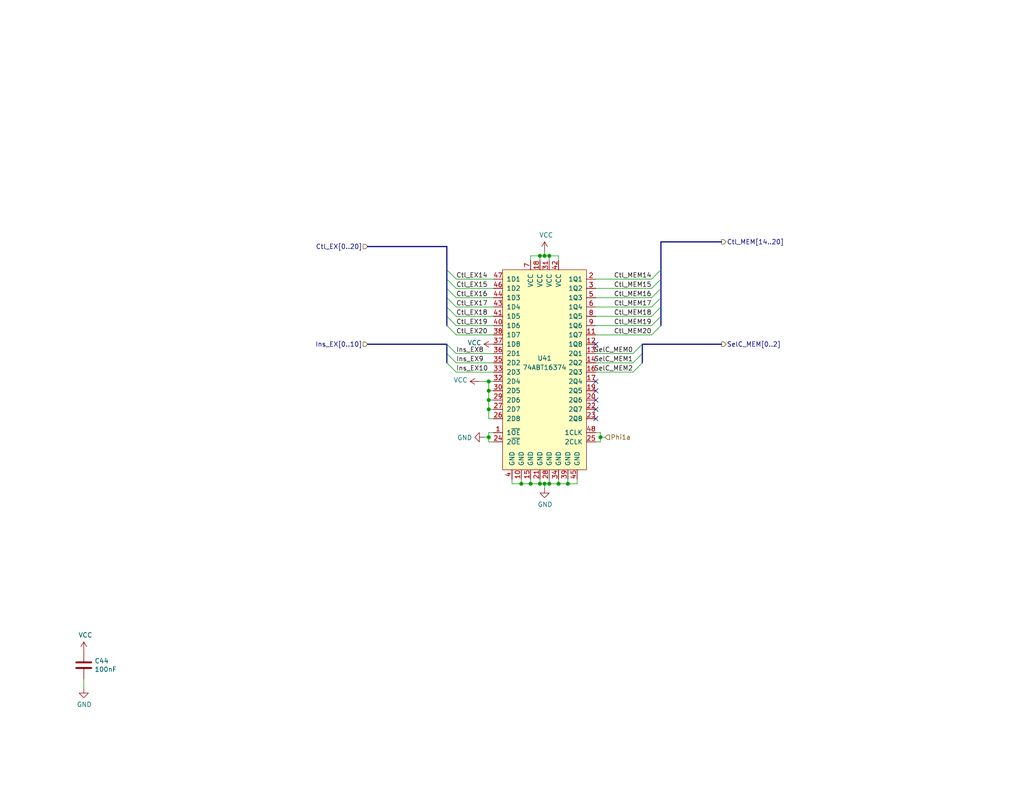
<source format=kicad_sch>
(kicad_sch (version 20230121) (generator eeschema)
  (paper "USLetter")
  (title_block (title "EX/MEM: Control Word Register") (date "2022-09-25") (rev "C"))
  (lib_symbols
    (symbol "74xx (kicad5):74ABT16374" (pin_names (offset 1.016))
      (property "Reference" "U" (at 0 1.27 0))
      (property "Value" "74ABT16374" (at 0 -1.27 0))
      (symbol "74ABT16374_0_0"
        (pin input line (at -13.97 -20.32 0) (length 2.54) (name "1~{OE}") (number "1"))
        (pin power_in line (at -6.35 -33.02 90) (length 2.54) (name "GND") (number "10"))
        (pin tri_state line (at 13.97 6.35 180) (length 2.54) (name "1Q7") (number "11"))
        (pin tri_state line (at 13.97 3.81 180) (length 2.54) (name "1Q8") (number "12"))
        (pin tri_state line (at 13.97 1.27 180) (length 2.54) (name "2Q1") (number "13"))
        (pin tri_state line (at 13.97 -1.27 180) (length 2.54) (name "2Q2") (number "14"))
        (pin power_in line (at -3.81 -33.02 90) (length 2.54) (name "GND") (number "15"))
        (pin tri_state line (at 13.97 -3.81 180) (length 2.54) (name "2Q3") (number "16"))
        (pin tri_state line (at 13.97 -6.35 180) (length 2.54) (name "2Q4") (number "17"))
        (pin power_in line (at -1.27 26.67 270) (length 2.54) (name "VCC") (number "18"))
        (pin tri_state line (at 13.97 -8.89 180) (length 2.54) (name "2Q5") (number "19"))
        (pin tri_state line (at 13.97 21.59 180) (length 2.54) (name "1Q1") (number "2"))
        (pin tri_state line (at 13.97 -11.43 180) (length 2.54) (name "2Q6") (number "20"))
        (pin power_in line (at -1.27 -33.02 90) (length 2.54) (name "GND") (number "21"))
        (pin tri_state line (at 13.97 -13.97 180) (length 2.54) (name "2Q7") (number "22"))
        (pin tri_state line (at 13.97 -16.51 180) (length 2.54) (name "2Q8") (number "23"))
        (pin input line (at -13.97 -22.86 0) (length 2.54) (name "2~{OE}") (number "24"))
        (pin input line (at 13.97 -22.86 180) (length 2.54) (name "2CLK") (number "25"))
        (pin input line (at -13.97 -16.51 0) (length 2.54) (name "2D8") (number "26"))
        (pin input line (at -13.97 -13.97 0) (length 2.54) (name "2D7") (number "27"))
        (pin power_in line (at 1.27 -33.02 90) (length 2.54) (name "GND") (number "28"))
        (pin input line (at -13.97 -11.43 0) (length 2.54) (name "2D6") (number "29"))
        (pin tri_state line (at 13.97 19.05 180) (length 2.54) (name "1Q2") (number "3"))
        (pin input line (at -13.97 -8.89 0) (length 2.54) (name "2D5") (number "30"))
        (pin power_in line (at 1.27 26.67 270) (length 2.54) (name "VCC") (number "31"))
        (pin input line (at -13.97 -6.35 0) (length 2.54) (name "2D4") (number "32"))
        (pin input line (at -13.97 -3.81 0) (length 2.54) (name "2D3") (number "33"))
        (pin power_in line (at 3.81 -33.02 90) (length 2.54) (name "GND") (number "34"))
        (pin input line (at -13.97 -1.27 0) (length 2.54) (name "2D2") (number "35"))
        (pin input line (at -13.97 1.27 0) (length 2.54) (name "2D1") (number "36"))
        (pin input line (at -13.97 3.81 0) (length 2.54) (name "1D8") (number "37"))
        (pin input line (at -13.97 6.35 0) (length 2.54) (name "1D7") (number "38"))
        (pin power_in line (at 6.35 -33.02 90) (length 2.54) (name "GND") (number "39"))
        (pin power_in line (at -8.89 -33.02 90) (length 2.54) (name "GND") (number "4"))
        (pin input line (at -13.97 8.89 0) (length 2.54) (name "1D6") (number "40"))
        (pin input line (at -13.97 11.43 0) (length 2.54) (name "1D5") (number "41"))
        (pin power_in line (at 3.81 26.67 270) (length 2.54) (name "VCC") (number "42"))
        (pin input line (at -13.97 13.97 0) (length 2.54) (name "1D4") (number "43"))
        (pin input line (at -13.97 16.51 0) (length 2.54) (name "1D3") (number "44"))
        (pin power_in line (at 8.89 -33.02 90) (length 2.54) (name "GND") (number "45"))
        (pin input line (at -13.97 19.05 0) (length 2.54) (name "1D2") (number "46"))
        (pin input line (at -13.97 21.59 0) (length 2.54) (name "1D1") (number "47"))
        (pin input line (at 13.97 -20.32 180) (length 2.54) (name "1CLK") (number "48"))
        (pin tri_state line (at 13.97 16.51 180) (length 2.54) (name "1Q3") (number "5"))
        (pin tri_state line (at 13.97 13.97 180) (length 2.54) (name "1Q4") (number "6"))
        (pin power_in line (at -3.81 26.67 270) (length 2.54) (name "VCC") (number "7"))
        (pin tri_state line (at 13.97 11.43 180) (length 2.54) (name "1Q5") (number "8"))
        (pin tri_state line (at 13.97 8.89 180) (length 2.54) (name "1Q6") (number "9"))
      )
      (symbol "74ABT16374_0_1"
        (rectangle (start -11.43 24.13) (end 11.43 -30.48) (fill (type background)))
      )
    )
    (symbol "Device:C" (pin_numbers hide) (pin_names (offset 0.254))
      (property "Reference" "C" (at 0.635 2.54 0))
      (property "Value" "C" (at 0.635 -2.54 0))
      (symbol "C_0_1"
        (polyline (pts (xy -2.032 -0.762) (xy 2.032 -0.762)) (stroke (width 0.508)))
        (polyline (pts (xy -2.032 0.762) (xy 2.032 0.762)) (stroke (width 0.508)))
      )
      (symbol "C_1_1"
        (pin passive line (at 0 3.81 270) (length 2.794) (name "~") (number "1"))
        (pin passive line (at 0 -3.81 90) (length 2.794) (name "~") (number "2"))
      )
    )
    (symbol "power:GND" (power) (pin_names (offset 0))
      (property "Value" "GND" (at 0 -3.81 0))
      (symbol "GND_0_1"
        (polyline (pts (xy 0 0) (xy 0 -1.27) (xy 1.27 -1.27) (xy 0 -2.54) (xy -1.27 -1.27) (xy 0 -1.27)))
      )
      (symbol "GND_1_1"
        (pin power_in line (at 0 0 270) (length 0) hide (name "GND") (number "1"))
      )
    )
    (symbol "power:VCC" (power) (pin_names (offset 0))
      (property "Value" "VCC" (at 0 3.81 0))
      (symbol "VCC_0_1"
        (polyline (pts (xy -0.762 1.27) (xy 0 2.54)))
        (polyline (pts (xy 0 0) (xy 0 2.54)))
        (polyline (pts (xy 0 2.54) (xy 0.762 1.27)))
      )
      (symbol "VCC_1_1"
        (pin power_in line (at 0 0 90) (length 0) hide (name "VCC") (number "1"))
      )
    )
  )
  (junction (at 133.35 106.68))
  (junction (at 133.35 111.76))
  (junction (at 144.78 132.08))
  (junction (at 133.35 119.38))
  (junction (at 152.4 132.08))
  (junction (at 148.59 69.85))
  (junction (at 149.86 132.08))
  (junction (at 149.86 69.85))
  (junction (at 133.35 104.14))
  (junction (at 163.83 119.38))
  (junction (at 147.32 69.85))
  (junction (at 148.59 132.08))
  (junction (at 133.35 109.22))
  (junction (at 147.32 132.08))
  (junction (at 142.24 132.08))
  (junction (at 154.94 132.08))
  (no_connect (at 162.56 104.14))
  (no_connect (at 162.56 109.22))
  (no_connect (at 162.56 111.76))
  (no_connect (at 162.56 93.98))
  (no_connect (at 162.56 106.68))
  (no_connect (at 162.56 114.3))
  (bus_entry (at 180.34 73.66) (size -2.54 2.54))
  (bus_entry (at 180.34 78.74) (size -2.54 2.54))
  (bus_entry (at 121.92 83.82) (size 2.54 2.54))
  (bus_entry (at 180.34 86.36) (size -2.54 2.54))
  (bus_entry (at 175.26 96.52) (size -2.54 2.54))
  (bus_entry (at 121.92 93.98) (size 2.54 2.54))
  (bus_entry (at 180.34 88.9) (size -2.54 2.54))
  (bus_entry (at 121.92 73.66) (size 2.54 2.54))
  (bus_entry (at 121.92 99.06) (size 2.54 2.54))
  (bus_entry (at 180.34 81.28) (size -2.54 2.54))
  (bus_entry (at 175.26 93.98) (size -2.54 2.54))
  (bus_entry (at 121.92 86.36) (size 2.54 2.54))
  (bus_entry (at 180.34 76.2) (size -2.54 2.54))
  (bus_entry (at 121.92 96.52) (size 2.54 2.54))
  (bus_entry (at 121.92 78.74) (size 2.54 2.54))
  (bus_entry (at 121.92 88.9) (size 2.54 2.54))
  (bus_entry (at 180.34 83.82) (size -2.54 2.54))
  (bus_entry (at 175.26 99.06) (size -2.54 2.54))
  (bus_entry (at 121.92 81.28) (size 2.54 2.54))
  (bus_entry (at 121.92 76.2) (size 2.54 2.54))
  (bus (pts (xy 100.33 93.98) (xy 121.92 93.98)))
  (wire (pts (xy 124.46 81.28) (xy 134.62 81.28)))
  (wire (pts (xy 134.62 111.76) (xy 133.35 111.76)))
  (bus (pts (xy 100.33 67.31) (xy 121.92 67.31)))
  (wire (pts (xy 142.24 130.81) (xy 142.24 132.08)))
  (wire (pts (xy 133.35 109.22) (xy 133.35 111.76)))
  (wire (pts (xy 149.86 130.81) (xy 149.86 132.08)))
  (wire (pts (xy 148.59 132.08) (xy 148.59 133.35)))
  (bus (pts (xy 121.92 78.74) (xy 121.92 81.28)))
  (bus (pts (xy 180.34 83.82) (xy 180.34 86.36)))
  (bus (pts (xy 121.92 81.28) (xy 121.92 83.82)))
  (wire (pts (xy 133.35 111.76) (xy 133.35 114.3)))
  (bus (pts (xy 121.92 76.2) (xy 121.92 78.74)))
  (bus (pts (xy 180.34 81.28) (xy 180.34 83.82)))
  (wire (pts (xy 177.8 86.36) (xy 162.56 86.36)))
  (bus (pts (xy 121.92 96.52) (xy 121.92 99.06)))
  (wire (pts (xy 147.32 132.08) (xy 148.59 132.08)))
  (wire (pts (xy 124.46 96.52) (xy 134.62 96.52)))
  (wire (pts (xy 149.86 71.12) (xy 149.86 69.85)))
  (bus (pts (xy 180.34 86.36) (xy 180.34 88.9)))
  (wire (pts (xy 163.83 120.65) (xy 162.56 120.65)))
  (bus (pts (xy 196.85 66.04) (xy 180.34 66.04)))
  (wire (pts (xy 133.35 120.65) (xy 134.62 120.65)))
  (wire (pts (xy 177.8 91.44) (xy 162.56 91.44)))
  (wire (pts (xy 147.32 69.85) (xy 148.59 69.85)))
  (wire (pts (xy 154.94 132.08) (xy 157.48 132.08)))
  (wire (pts (xy 177.8 81.28) (xy 162.56 81.28)))
  (wire (pts (xy 134.62 118.11) (xy 133.35 118.11)))
  (wire (pts (xy 149.86 69.85) (xy 152.4 69.85)))
  (wire (pts (xy 177.8 78.74) (xy 162.56 78.74)))
  (wire (pts (xy 172.72 101.6) (xy 162.56 101.6)))
  (wire (pts (xy 152.4 69.85) (xy 152.4 71.12)))
  (wire (pts (xy 172.72 96.52) (xy 162.56 96.52)))
  (wire (pts (xy 148.59 132.08) (xy 149.86 132.08)))
  (wire (pts (xy 148.59 69.85) (xy 149.86 69.85)))
  (wire (pts (xy 147.32 71.12) (xy 147.32 69.85)))
  (bus (pts (xy 121.92 73.66) (xy 121.92 76.2)))
  (wire (pts (xy 133.35 119.38) (xy 132.08 119.38)))
  (wire (pts (xy 130.81 104.14) (xy 133.35 104.14)))
  (bus (pts (xy 180.34 73.66) (xy 180.34 76.2)))
  (wire (pts (xy 177.8 76.2) (xy 162.56 76.2)))
  (bus (pts (xy 121.92 83.82) (xy 121.92 86.36)))
  (wire (pts (xy 148.59 68.58) (xy 148.59 69.85)))
  (wire (pts (xy 144.78 130.81) (xy 144.78 132.08)))
  (bus (pts (xy 180.34 66.04) (xy 180.34 73.66)))
  (wire (pts (xy 133.35 119.38) (xy 133.35 120.65)))
  (wire (pts (xy 124.46 88.9) (xy 134.62 88.9)))
  (wire (pts (xy 163.83 119.38) (xy 163.83 120.65)))
  (wire (pts (xy 124.46 78.74) (xy 134.62 78.74)))
  (wire (pts (xy 149.86 132.08) (xy 152.4 132.08)))
  (wire (pts (xy 133.35 104.14) (xy 133.35 106.68)))
  (wire (pts (xy 139.7 132.08) (xy 142.24 132.08)))
  (wire (pts (xy 163.83 118.11) (xy 163.83 119.38)))
  (wire (pts (xy 139.7 130.81) (xy 139.7 132.08)))
  (wire (pts (xy 133.35 114.3) (xy 134.62 114.3)))
  (wire (pts (xy 154.94 130.81) (xy 154.94 132.08)))
  (wire (pts (xy 147.32 130.81) (xy 147.32 132.08)))
  (wire (pts (xy 157.48 132.08) (xy 157.48 130.81)))
  (bus (pts (xy 196.85 93.98) (xy 175.26 93.98)))
  (bus (pts (xy 175.26 96.52) (xy 175.26 99.06)))
  (wire (pts (xy 144.78 71.12) (xy 144.78 69.85)))
  (wire (pts (xy 124.46 101.6) (xy 134.62 101.6)))
  (wire (pts (xy 162.56 118.11) (xy 163.83 118.11)))
  (wire (pts (xy 134.62 104.14) (xy 133.35 104.14)))
  (wire (pts (xy 124.46 91.44) (xy 134.62 91.44)))
  (bus (pts (xy 121.92 93.98) (xy 121.92 96.52)))
  (wire (pts (xy 144.78 132.08) (xy 147.32 132.08)))
  (wire (pts (xy 124.46 76.2) (xy 134.62 76.2)))
  (wire (pts (xy 133.35 106.68) (xy 133.35 109.22)))
  (wire (pts (xy 163.83 119.38) (xy 165.1 119.38)))
  (bus (pts (xy 180.34 76.2) (xy 180.34 78.74)))
  (wire (pts (xy 177.8 83.82) (xy 162.56 83.82)))
  (bus (pts (xy 121.92 67.31) (xy 121.92 73.66)))
  (wire (pts (xy 134.62 106.68) (xy 133.35 106.68)))
  (wire (pts (xy 134.62 109.22) (xy 133.35 109.22)))
  (bus (pts (xy 180.34 78.74) (xy 180.34 81.28)))
  (wire (pts (xy 152.4 132.08) (xy 154.94 132.08)))
  (wire (pts (xy 152.4 130.81) (xy 152.4 132.08)))
  (wire (pts (xy 172.72 99.06) (xy 162.56 99.06)))
  (wire (pts (xy 124.46 99.06) (xy 134.62 99.06)))
  (wire (pts (xy 133.35 118.11) (xy 133.35 119.38)))
  (wire (pts (xy 142.24 132.08) (xy 144.78 132.08)))
  (wire (pts (xy 177.8 88.9) (xy 162.56 88.9)))
  (bus (pts (xy 121.92 86.36) (xy 121.92 88.9)))
  (wire (pts (xy 124.46 86.36) (xy 134.62 86.36)))
  (bus (pts (xy 175.26 93.98) (xy 175.26 96.52)))
  (wire (pts (xy 124.46 83.82) (xy 134.62 83.82)))
  (wire (pts (xy 144.78 69.85) (xy 147.32 69.85)))
  (wire (pts (xy 22.86 187.96) (xy 22.86 185.42)))
  (label "Ctl_EX19" (at 124.46 88.9 0))
  (label "Ins_EX8" (at 124.46 96.52 0))
  (label "Ctl_MEM15" (at 177.8 78.74 180))
  (label "Ctl_EX17" (at 124.46 83.82 0))
  (label "Ctl_EX18" (at 124.46 86.36 0))
  (label "Ctl_MEM14" (at 177.8 76.2 180))
  (label "Ctl_MEM19" (at 177.8 88.9 180))
  (label "SelC_MEM1" (at 172.72 99.06 180))
  (label "Ins_EX9" (at 124.46 99.06 0))
  (label "Ctl_EX15" (at 124.46 78.74 0))
  (label "Ctl_EX20" (at 124.46 91.44 0))
  (label "SelC_MEM0" (at 172.72 96.52 180))
  (label "SelC_MEM2" (at 172.72 101.6 180))
  (label "Ctl_MEM17" (at 177.8 83.82 180))
  (label "Ctl_MEM18" (at 177.8 86.36 180))
  (label "Ctl_EX14" (at 124.46 76.2 0))
  (label "Ctl_EX16" (at 124.46 81.28 0))
  (label "Ctl_MEM16" (at 177.8 81.28 180))
  (label "Ins_EX10" (at 124.46 101.6 0))
  (label "Ctl_MEM20" (at 177.8 91.44 180))
  (hierarchical_label "Ctl_MEM[14..20]" (shape output) (at 196.85 66.04 0))
  (hierarchical_label "Phi1a" (shape input) (at 165.1 119.38 0))
  (hierarchical_label "Ins_EX[0..10]" (shape input) (at 100.33 93.98 180))
  (hierarchical_label "Ctl_EX[0..20]" (shape input) (at 100.33 67.31 180))
  (hierarchical_label "SelC_MEM[0..2]" (shape output) (at 196.85 93.98 0))
  (symbol (lib_id "power:VCC") (at 130.81 104.14 90) (unit 1)
    (property "Reference" "#PWR0242" (effects hide))
    (property "Value" "VCC" (at 127.5842 103.759 90) (effects (justify left)))
  )
  (symbol (lib_id "power:VCC") (at 134.62 93.98 90) (unit 1)
    (property "Reference" "#PWR0244" (effects hide))
    (property "Value" "VCC" (at 131.3942 93.599 90) (effects (justify left)))
  )
  (symbol (lib_id "Device:C") (at 22.86 181.61 0) (unit 1)
    (property "Reference" "C44" (at 25.781 180.4416 0) (effects (justify left)))
    (property "Value" "100nF" (at 25.781 182.753 0) (effects (justify left)))
    (property "Footprint" "Capacitor_SMD:C_0603_1608Metric_Pad1.08x0.95mm_HandSolder" (effects hide))
    (property "Mouser" "https://www.mouser.com/ProductDetail/963-EMK107B7104KAHT" (effects hide))
  )
  (symbol (lib_id "power:VCC") (at 22.86 177.8 0) (unit 1)
    (property "Reference" "#PWR0240" (effects hide))
    (property "Value" "VCC" (at 23.2918 173.4058 0))
  )
  (symbol (lib_id "power:GND") (at 22.86 187.96 0) (unit 1)
    (property "Reference" "#PWR0241" (effects hide))
    (property "Value" "GND" (at 22.987 192.3542 0))
  )
  (symbol (lib_id "power:GND") (at 132.08 119.38 270) (unit 1)
    (property "Reference" "#PWR0243" (effects hide))
    (property "Value" "GND" (at 128.8288 119.507 90) (effects (justify right)))
  )
  (symbol (lib_id "power:VCC") (at 148.59 68.58 0) (unit 1)
    (property "Reference" "#PWR0245" (effects hide))
    (property "Value" "VCC" (at 149.0218 64.1858 0))
  )
  (symbol (lib_id "power:GND") (at 148.59 133.35 0) (unit 1)
    (property "Reference" "#PWR0246" (effects hide))
    (property "Value" "GND" (at 148.717 137.7442 0))
  )
  (symbol (lib_id "74xx (kicad5):74ABT16374") (at 148.59 97.79 0) (unit 1)
    (property "Reference" "U41" (at 148.59 97.79 0))
    (property "Value" "74ABT16374" (at 148.59 100.33 0))
    (property "Footprint" "Package_SO:TSSOP-48_6.1x12.5mm_P0.5mm" (effects hide))
    (property "Datasheet" "https://www.ti.com/lit/ds/symlink/sn74abt16374a.pdf?HQS=dis-mous-null-mousermode-dsf-pf-null-wwe&ts=1617318801237" (effects hide))
    (property "Mouser" "https://www.mouser.com/ProductDetail/Texas-Instruments/SN74ABT16374ADGGR?qs=%2Fha2pyFadui8Wf%2F61v2joCyY9bOa3peBR5btn0VUHs8%3D" (effects hide))
  )
)
</source>
